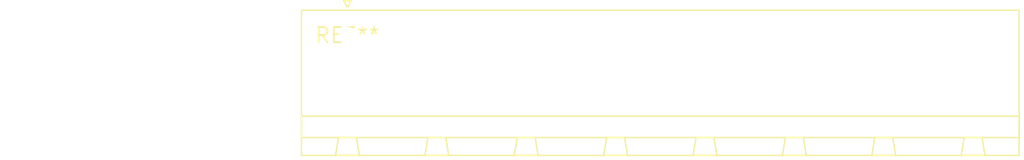
<source format=kicad_pcb>
(kicad_pcb (version 20240108) (generator pcbnew)
  (layers (0 "F.Cu" signal) (31 "B.Cu" signal) (34 "B.Paste" user) (35 "F.Paste" user) (36 "B.SilkS" user "B.Silkscreen") (37 "F.SilkS" user "F.Silkscreen") (38 "B.Mask" user) (39 "F.Mask" user) (44 "Edge.Cuts" user))
  (net 0 "")
  (footprint "PhoenixContact_GMSTBA_2,5_8-G_1x08_P7.50mm_Horizontal" (layer "F.Cu") (at 0 0)
    (property "Reference" "REF**")
    (property "Value" "PhoenixContact_GMSTBA_2,5_8-G_1x08_P7.50mm_Horizontal")
    (fp_line (start -3.86 -2.11) (end -3.86 10.11) (layer "F.SilkS") (stroke (width 0.12)))
    (fp_line (start -3.86 6.81) (end 56.36 6.81) (layer "F.SilkS") (stroke (width 0.12)))
    (fp_line (start -3.86 8.61) (end -3.86 6.81) (layer "F.SilkS") (stroke (width 0.12)))
    (fp_line (start -3.86 10.11) (end 56.36 10.11) (layer "F.SilkS") (stroke (width 0.12)))
    (fp_line (start -1 10.11) (end 1 10.11) (layer "F.SilkS") (stroke (width 0.12)))
    (fp_line (start -0.75 8.61) (end -1 10.11) (layer "F.SilkS") (stroke (width 0.12)))
    (fp_line (start -0.3 -2.91) (end 0.3 -2.91) (layer "F.SilkS") (stroke (width 0.12)))
    (fp_line (start 0 -2.31) (end -0.3 -2.91) (layer "F.SilkS") (stroke (width 0.12)))
    (fp_line (start 0.3 -2.91) (end 0 -2.31) (layer "F.SilkS") (stroke (width 0.12)))
    (fp_line (start 0.75 8.61) (end -0.75 8.61) (layer "F.SilkS") (stroke (width 0.12)))
    (fp_line (start 1 10.11) (end 0.75 8.61) (layer "F.SilkS") (stroke (width 0.12)))
    (fp_line (start 6.5 10.11) (end 8.5 10.11) (layer "F.SilkS") (stroke (width 0.12)))
    (fp_line (start 6.75 8.61) (end 6.5 10.11) (layer "F.SilkS") (stroke (width 0.12)))
    (fp_line (start 8.25 8.61) (end 6.75 8.61) (layer "F.SilkS") (stroke (width 0.12)))
    (fp_line (start 8.5 10.11) (end 8.25 8.61) (layer "F.SilkS") (stroke (width 0.12)))
    (fp_line (start 14 10.11) (end 16 10.11) (layer "F.SilkS") (stroke (width 0.12)))
    (fp_line (start 14.25 8.61) (end 14 10.11) (layer "F.SilkS") (stroke (width 0.12)))
    (fp_line (start 15.75 8.61) (end 14.25 8.61) (layer "F.SilkS") (stroke (width 0.12)))
    (fp_line (start 16 10.11) (end 15.75 8.61) (layer "F.SilkS") (stroke (width 0.12)))
    (fp_line (start 21.5 10.11) (end 23.5 10.11) (layer "F.SilkS") (stroke (width 0.12)))
    (fp_line (start 21.75 8.61) (end 21.5 10.11) (layer "F.SilkS") (stroke (width 0.12)))
    (fp_line (start 23.25 8.61) (end 21.75 8.61) (layer "F.SilkS") (stroke (width 0.12)))
    (fp_line (start 23.5 10.11) (end 23.25 8.61) (layer "F.SilkS") (stroke (width 0.12)))
    (fp_line (start 29 10.11) (end 31 10.11) (layer "F.SilkS") (stroke (width 0.12)))
    (fp_line (start 29.25 8.61) (end 29 10.11) (layer "F.SilkS") (stroke (width 0.12)))
    (fp_line (start 30.75 8.61) (end 29.25 8.61) (layer "F.SilkS") (stroke (width 0.12)))
    (fp_line (start 31 10.11) (end 30.75 8.61) (layer "F.SilkS") (stroke (width 0.12)))
    (fp_line (start 36.5 10.11) (end 38.5 10.11) (layer "F.SilkS") (stroke (width 0.12)))
    (fp_line (start 36.75 8.61) (end 36.5 10.11) (layer "F.SilkS") (stroke (width 0.12)))
    (fp_line (start 38.25 8.61) (end 36.75 8.61) (layer "F.SilkS") (stroke (width 0.12)))
    (fp_line (start 38.5 10.11) (end 38.25 8.61) (layer "F.SilkS") (stroke (width 0.12)))
    (fp_line (start 44 10.11) (end 46 10.11) (layer "F.SilkS") (stroke (width 0.12)))
    (fp_line (start 44.25 8.61) (end 44 10.11) (layer "F.SilkS") (stroke (width 0.12)))
    (fp_line (start 45.75 8.61) (end 44.25 8.61) (layer "F.SilkS") (stroke (width 0.12)))
    (fp_line (start 46 10.11) (end 45.75 8.61) (layer "F.SilkS") (stroke (width 0.12)))
    (fp_line (start 51.5 10.11) (end 53.5 10.11) (layer "F.SilkS") (stroke (width 0.12)))
    (fp_line (start 51.75 8.61) (end 51.5 10.11) (layer "F.SilkS") (stroke (width 0.12)))
    (fp_line (start 53.25 8.61) (end 51.75 8.61) (layer "F.SilkS") (stroke (width 0.12)))
    (fp_line (start 53.5 10.11) (end 53.25 8.61) (layer "F.SilkS") (stroke (width 0.12)))
    (fp_line (start 56.36 -2.11) (end -3.86 -2.11) (layer "F.SilkS") (stroke (width 0.12)))
    (fp_line (start 56.36 6.81) (end 56.36 8.61) (layer "F.SilkS") (stroke (width 0.12)))
    (fp_line (start 56.36 8.61) (end -3.86 8.61) (layer "F.SilkS") (stroke (width 0.12)))
    (fp_line (start 56.36 10.11) (end 56.36 -2.11) (layer "F.SilkS") (stroke (width 0.12)))
    (pad "1" thru_hole roundrect (at 0 0) (size 2 3.6) (drill 1.4) (layers *.Cu *.Mask) (remove_unused_layers) (roundrect_rratio 0.125))
    (pad "2" thru_hole oval (at 7.5 0) (size 2 3.6) (drill 1.4) (layers *.Cu *.Mask) (remove_unused_layers))
    (pad "3" thru_hole oval (at 15 0) (size 2 3.6) (drill 1.4) (layers *.Cu *.Mask) (remove_unused_layers))
    (pad "4" thru_hole oval (at 22.5 0) (size 2 3.6) (drill 1.4) (layers *.Cu *.Mask) (remove_unused_layers))
    (pad "5" thru_hole oval (at 30 0) (size 2 3.6) (drill 1.4) (layers *.Cu *.Mask) (remove_unused_layers))
    (pad "6" thru_hole oval (at 37.5 0) (size 2 3.6) (drill 1.4) (layers *.Cu *.Mask) (remove_unused_layers))
    (pad "7" thru_hole oval (at 45 0) (size 2 3.6) (drill 1.4) (layers *.Cu *.Mask) (remove_unused_layers))
    (pad "8" thru_hole oval (at 52.5 0) (size 2 3.6) (drill 1.4) (layers *.Cu *.Mask) (remove_unused_layers))
  )
)
</source>
